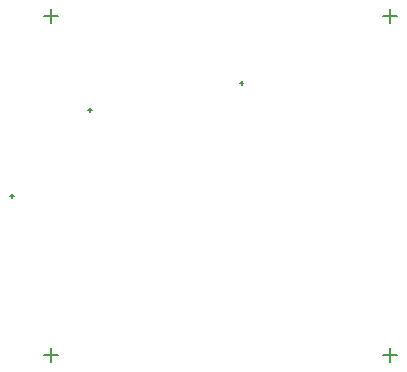
<source format=gbr>
G04*
G04 #@! TF.GenerationSoftware,Altium Limited,Altium Designer,22.4.2 (48)*
G04*
G04 Layer_Color=128*
%FSLAX45Y45*%
%MOMM*%
G71*
G04*
G04 #@! TF.SameCoordinates,A1ACB9CE-F43E-4389-816B-9D06E944576F*
G04*
G04*
G04 #@! TF.FilePolarity,Positive*
G04*
G01*
G75*
%ADD14C,0.12700*%
D14*
X710000Y3640800D02*
X830000D01*
X770000Y3580800D02*
Y3700800D01*
X3580800Y3640800D02*
X3700800D01*
X3640800Y3580800D02*
Y3700800D01*
X3580800Y770000D02*
X3700800D01*
X3640800Y710000D02*
Y830000D01*
X710000Y770000D02*
X830000D01*
X770000Y710000D02*
Y830000D01*
X429500Y2120900D02*
X459500D01*
X444500Y2105900D02*
Y2135900D01*
X2372600Y3073400D02*
X2402600D01*
X2387600Y3058400D02*
Y3088400D01*
X1089900Y2844800D02*
X1119900D01*
X1104900Y2829800D02*
Y2859800D01*
M02*

</source>
